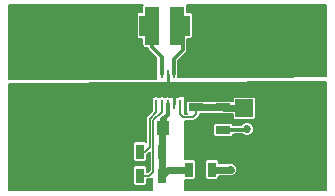
<source format=gbr>
G04 #@! TF.FileFunction,Copper,L1,Top,Signal*
%FSLAX46Y46*%
G04 Gerber Fmt 4.6, Leading zero omitted, Abs format (unit mm)*
G04 Created by KiCad (PCBNEW 0.201508060901+6055~28~ubuntu14.04.1-product) date Wed 12 Aug 2015 10:53:55 PM EDT*
%MOMM*%
G01*
G04 APERTURE LIST*
%ADD10C,0.100000*%
%ADD11C,0.600000*%
%ADD12R,1.250000X1.000000*%
%ADD13R,2.500000X1.000000*%
%ADD14R,1.000000X1.250000*%
%ADD15R,2.032000X2.032000*%
%ADD16O,2.032000X2.032000*%
%ADD17R,1.501140X1.501140*%
%ADD18R,1.300000X0.700000*%
%ADD19R,0.700000X1.300000*%
%ADD20O,0.230000X0.800000*%
%ADD21R,2.000000X1.200000*%
%ADD22C,0.500000*%
%ADD23R,1.150000X3.300000*%
%ADD24R,0.500000X1.800000*%
%ADD25C,0.685800*%
%ADD26C,0.609600*%
%ADD27C,0.152400*%
%ADD28C,0.250000*%
%ADD29C,0.304800*%
G04 APERTURE END LIST*
D10*
D11*
X165854000Y-119639000D03*
X164584000Y-119639000D03*
X163314000Y-119639000D03*
X165854000Y-118369000D03*
X164584000Y-118369000D03*
X163314000Y-118369000D03*
X165854000Y-117099000D03*
X164584000Y-117099000D03*
X163314000Y-117099000D03*
X165854000Y-115829000D03*
X164584000Y-115829000D03*
X163314000Y-115829000D03*
X164584000Y-114559000D03*
X163314000Y-114559000D03*
X162044000Y-114559000D03*
X158869000Y-118369000D03*
X157599000Y-118369000D03*
X156329000Y-118369000D03*
X160139000Y-122179000D03*
X158869000Y-122179000D03*
X157599000Y-122179000D03*
X156329000Y-122179000D03*
X160139000Y-120909000D03*
X158869000Y-120909000D03*
X157599000Y-120909000D03*
X156329000Y-120909000D03*
X160139000Y-119639000D03*
X158869000Y-119639000D03*
X157599000Y-119639000D03*
X156329000Y-119639000D03*
X179189000Y-117099000D03*
X180459000Y-117099000D03*
X181729000Y-117099000D03*
X181729000Y-118369000D03*
X180459000Y-118369000D03*
X179189000Y-118369000D03*
X177919000Y-118369000D03*
X181729000Y-122179000D03*
X180459000Y-122179000D03*
X179189000Y-122179000D03*
X177919000Y-122179000D03*
X176649000Y-122179000D03*
X175379000Y-122179000D03*
X181729000Y-120909000D03*
X180459000Y-120909000D03*
X179189000Y-120909000D03*
X177919000Y-120909000D03*
X176649000Y-120909000D03*
X175379000Y-120909000D03*
X181729000Y-119639000D03*
X180459000Y-119639000D03*
X179189000Y-119639000D03*
X177919000Y-119639000D03*
X176649000Y-119639000D03*
D12*
X166370000Y-112538000D03*
X166370000Y-114538000D03*
D13*
X172966000Y-111535000D03*
X172966000Y-114535000D03*
D14*
X168759000Y-117861000D03*
X166759000Y-117861000D03*
D15*
X157980000Y-115194000D03*
D16*
X157980000Y-112654000D03*
D15*
X180975000Y-112522000D03*
D16*
X180975000Y-115062000D03*
D17*
X161663000Y-111638000D03*
X161917000Y-116718000D03*
X175641000Y-116205000D03*
X176903000Y-109733000D03*
D18*
X173863000Y-118044000D03*
X173863000Y-116144000D03*
X171577000Y-116144000D03*
X171577000Y-118044000D03*
D19*
X171000000Y-121417000D03*
X172900000Y-121417000D03*
X166809000Y-121925000D03*
X168709000Y-121925000D03*
X166809000Y-119893000D03*
X168709000Y-119893000D03*
D20*
X170164000Y-113279000D03*
X169664000Y-113279000D03*
X169164000Y-113279000D03*
X168664000Y-113279000D03*
X168164000Y-113279000D03*
X168164000Y-115829000D03*
X168664000Y-115829000D03*
X169164000Y-115829000D03*
X169664000Y-115829000D03*
X170164000Y-115829000D03*
D21*
X169164000Y-114554000D03*
D22*
X169864000Y-114854000D03*
X169164000Y-114554000D03*
X168464000Y-114854000D03*
X168464000Y-114254000D03*
X169864000Y-114254000D03*
D23*
X167835000Y-109220000D03*
X169985000Y-109220000D03*
D24*
X167010000Y-109220000D03*
X170810000Y-109220000D03*
D11*
X175379000Y-119639000D03*
D25*
X174490000Y-121417000D03*
X175887000Y-117988000D03*
D26*
X172900000Y-121417000D02*
X174490000Y-121417000D01*
D27*
X169664000Y-115829000D02*
X169664000Y-116210000D01*
D28*
X169664000Y-115829000D02*
X169664000Y-115197000D01*
X169664000Y-115197000D02*
X169672000Y-115189000D01*
X169164000Y-113279000D02*
X169164000Y-114554000D01*
D29*
X173863000Y-118044000D02*
X175831000Y-118044000D01*
X175831000Y-118044000D02*
X175887000Y-117988000D01*
D26*
X168759000Y-117861000D02*
X168759000Y-117157400D01*
D29*
X169164000Y-116752400D02*
X169164000Y-115829000D01*
X168759000Y-117157400D02*
X169164000Y-116752400D01*
D26*
X171000000Y-121417000D02*
X169217000Y-121417000D01*
X169217000Y-121417000D02*
X168709000Y-121925000D01*
X168709000Y-119893000D02*
X168709000Y-117911000D01*
X168709000Y-117911000D02*
X168759000Y-117861000D01*
X168709000Y-121925000D02*
X168709000Y-119893000D01*
D29*
X167010000Y-109220000D02*
X167835000Y-109220000D01*
X168664000Y-113279000D02*
X168664000Y-111895000D01*
X167835000Y-111066000D02*
X167835000Y-109220000D01*
X168664000Y-111895000D02*
X167835000Y-111066000D01*
X169985000Y-109220000D02*
X170810000Y-109220000D01*
X169664000Y-113279000D02*
X169664000Y-112022000D01*
X170434000Y-111252000D02*
X170434000Y-109669000D01*
X169664000Y-112022000D02*
X170434000Y-111252000D01*
D28*
X170434000Y-109669000D02*
X169985000Y-109220000D01*
D26*
X175641000Y-116205000D02*
X173924000Y-116205000D01*
X173924000Y-116205000D02*
X173863000Y-116144000D01*
X171577000Y-116144000D02*
X173863000Y-116144000D01*
D27*
X170164000Y-115829000D02*
X170164000Y-116697000D01*
X171577000Y-116713000D02*
X171577000Y-116144000D01*
X171323000Y-116967000D02*
X171577000Y-116713000D01*
X170434000Y-116967000D02*
X171323000Y-116967000D01*
X170164000Y-116697000D02*
X170434000Y-116967000D01*
X168664000Y-115829000D02*
X168664000Y-116498056D01*
X167606600Y-121925000D02*
X166809000Y-121925000D01*
X167962200Y-121569400D02*
X167606600Y-121925000D01*
X167962200Y-117199856D02*
X167962200Y-121569400D01*
X168664000Y-116498056D02*
X167962200Y-117199856D01*
X168164000Y-115829000D02*
X168164000Y-116567000D01*
X167251000Y-119893000D02*
X166809000Y-119893000D01*
X167632000Y-119512000D02*
X167251000Y-119893000D01*
X167632000Y-117099000D02*
X167632000Y-119512000D01*
X168164000Y-116567000D02*
X167632000Y-117099000D01*
G36*
X182593400Y-123170400D02*
X170662600Y-123170400D01*
X170662600Y-122300078D01*
X171350000Y-122300078D01*
X171434714Y-122284138D01*
X171512518Y-122234072D01*
X171564715Y-122157680D01*
X171583078Y-122067000D01*
X171583078Y-120767000D01*
X172316922Y-120767000D01*
X172316922Y-122067000D01*
X172332862Y-122151714D01*
X172382928Y-122229518D01*
X172459320Y-122281715D01*
X172550000Y-122300078D01*
X173250000Y-122300078D01*
X173334714Y-122284138D01*
X173412518Y-122234072D01*
X173464715Y-122157680D01*
X173483078Y-122067000D01*
X173483078Y-121950400D01*
X174284309Y-121950400D01*
X174375823Y-121988400D01*
X174603180Y-121988599D01*
X174813306Y-121901776D01*
X174974211Y-121741151D01*
X175061400Y-121531177D01*
X175061599Y-121303820D01*
X174974776Y-121093694D01*
X174814151Y-120932789D01*
X174604177Y-120845600D01*
X174376820Y-120845401D01*
X174284372Y-120883600D01*
X173483078Y-120883600D01*
X173483078Y-120767000D01*
X173467138Y-120682286D01*
X173417072Y-120604482D01*
X173340680Y-120552285D01*
X173250000Y-120533922D01*
X172550000Y-120533922D01*
X172465286Y-120549862D01*
X172387482Y-120599928D01*
X172335285Y-120676320D01*
X172316922Y-120767000D01*
X171583078Y-120767000D01*
X171567138Y-120682286D01*
X171517072Y-120604482D01*
X171440680Y-120552285D01*
X171350000Y-120533922D01*
X170662600Y-120533922D01*
X170662600Y-117694000D01*
X172979922Y-117694000D01*
X172979922Y-118394000D01*
X172995862Y-118478714D01*
X173045928Y-118556518D01*
X173122320Y-118608715D01*
X173213000Y-118627078D01*
X174513000Y-118627078D01*
X174597714Y-118611138D01*
X174675518Y-118561072D01*
X174727715Y-118484680D01*
X174739800Y-118425000D01*
X175515720Y-118425000D01*
X175562849Y-118472211D01*
X175772823Y-118559400D01*
X176000180Y-118559599D01*
X176210306Y-118472776D01*
X176371211Y-118312151D01*
X176458400Y-118102177D01*
X176458599Y-117874820D01*
X176371776Y-117664694D01*
X176211151Y-117503789D01*
X176001177Y-117416600D01*
X175773820Y-117416401D01*
X175563694Y-117503224D01*
X175403639Y-117663000D01*
X174740245Y-117663000D01*
X174730138Y-117609286D01*
X174680072Y-117531482D01*
X174603680Y-117479285D01*
X174513000Y-117460922D01*
X173213000Y-117460922D01*
X173128286Y-117476862D01*
X173050482Y-117526928D01*
X172998285Y-117603320D01*
X172979922Y-117694000D01*
X170662600Y-117694000D01*
X170662600Y-117271800D01*
X171323000Y-117271800D01*
X171439642Y-117248598D01*
X171538526Y-117182526D01*
X171792526Y-116928526D01*
X171858598Y-116829642D01*
X171879000Y-116727078D01*
X172227000Y-116727078D01*
X172311714Y-116711138D01*
X172364144Y-116677400D01*
X173076489Y-116677400D01*
X173122320Y-116708715D01*
X173213000Y-116727078D01*
X173867081Y-116727078D01*
X173924000Y-116738400D01*
X174657352Y-116738400D01*
X174657352Y-116955570D01*
X174673292Y-117040284D01*
X174723358Y-117118088D01*
X174799750Y-117170285D01*
X174890430Y-117188648D01*
X176391570Y-117188648D01*
X176476284Y-117172708D01*
X176554088Y-117122642D01*
X176606285Y-117046250D01*
X176624648Y-116955570D01*
X176624648Y-115454430D01*
X176608708Y-115369716D01*
X176558642Y-115291912D01*
X176482250Y-115239715D01*
X176391570Y-115221352D01*
X174890430Y-115221352D01*
X174805716Y-115237292D01*
X174727912Y-115287358D01*
X174675715Y-115363750D01*
X174657352Y-115454430D01*
X174657352Y-115615958D01*
X174603680Y-115579285D01*
X174513000Y-115560922D01*
X173213000Y-115560922D01*
X173128286Y-115576862D01*
X173075856Y-115610600D01*
X172363511Y-115610600D01*
X172317680Y-115579285D01*
X172227000Y-115560922D01*
X170927000Y-115560922D01*
X170842286Y-115576862D01*
X170764482Y-115626928D01*
X170712285Y-115703320D01*
X170693922Y-115794000D01*
X170693922Y-116494000D01*
X170709862Y-116578714D01*
X170759928Y-116656518D01*
X170768244Y-116662200D01*
X170662600Y-116662200D01*
X170662600Y-115290600D01*
X170656597Y-115260954D01*
X170639532Y-115235979D01*
X170614095Y-115219611D01*
X170585681Y-115214403D01*
X170299771Y-115217100D01*
X170295490Y-115214240D01*
X170164000Y-115188085D01*
X170032510Y-115214240D01*
X170024341Y-115219699D01*
X169313693Y-115226403D01*
X169295490Y-115214240D01*
X169164000Y-115188085D01*
X169032510Y-115214240D01*
X169010019Y-115229268D01*
X168820654Y-115231054D01*
X168795490Y-115214240D01*
X168664000Y-115188085D01*
X168532510Y-115214240D01*
X168502859Y-115234052D01*
X168327615Y-115235706D01*
X168295490Y-115214240D01*
X168164000Y-115188085D01*
X168032510Y-115214240D01*
X167995698Y-115238837D01*
X167893281Y-115239803D01*
X167863693Y-115246086D01*
X167838880Y-115263386D01*
X167822753Y-115288975D01*
X167817800Y-115316000D01*
X167817800Y-116482148D01*
X167416474Y-116883474D01*
X167350402Y-116982358D01*
X167327200Y-117099000D01*
X167327200Y-119082235D01*
X167326072Y-119080482D01*
X167249680Y-119028285D01*
X167159000Y-119009922D01*
X166459000Y-119009922D01*
X166374286Y-119025862D01*
X166296482Y-119075928D01*
X166244285Y-119152320D01*
X166225922Y-119243000D01*
X166225922Y-120543000D01*
X166241862Y-120627714D01*
X166291928Y-120705518D01*
X166368320Y-120757715D01*
X166459000Y-120776078D01*
X167159000Y-120776078D01*
X167243714Y-120760138D01*
X167321518Y-120710072D01*
X167373715Y-120633680D01*
X167392078Y-120543000D01*
X167392078Y-120158270D01*
X167466526Y-120108526D01*
X167657400Y-119917652D01*
X167657400Y-121443148D01*
X167480348Y-121620200D01*
X167392078Y-121620200D01*
X167392078Y-121275000D01*
X167376138Y-121190286D01*
X167326072Y-121112482D01*
X167249680Y-121060285D01*
X167159000Y-121041922D01*
X166459000Y-121041922D01*
X166374286Y-121057862D01*
X166296482Y-121107928D01*
X166244285Y-121184320D01*
X166225922Y-121275000D01*
X166225922Y-122575000D01*
X166241862Y-122659714D01*
X166291928Y-122737518D01*
X166368320Y-122789715D01*
X166459000Y-122808078D01*
X167159000Y-122808078D01*
X167243714Y-122792138D01*
X167321518Y-122742072D01*
X167373715Y-122665680D01*
X167392078Y-122575000D01*
X167392078Y-122229800D01*
X167606600Y-122229800D01*
X167723242Y-122206598D01*
X167817800Y-122143417D01*
X167817800Y-123170400D01*
X155718600Y-123170400D01*
X155718600Y-114120997D01*
X182593400Y-114001440D01*
X182593400Y-123170400D01*
X182593400Y-123170400D01*
G37*
X182593400Y-123170400D02*
X170662600Y-123170400D01*
X170662600Y-122300078D01*
X171350000Y-122300078D01*
X171434714Y-122284138D01*
X171512518Y-122234072D01*
X171564715Y-122157680D01*
X171583078Y-122067000D01*
X171583078Y-120767000D01*
X172316922Y-120767000D01*
X172316922Y-122067000D01*
X172332862Y-122151714D01*
X172382928Y-122229518D01*
X172459320Y-122281715D01*
X172550000Y-122300078D01*
X173250000Y-122300078D01*
X173334714Y-122284138D01*
X173412518Y-122234072D01*
X173464715Y-122157680D01*
X173483078Y-122067000D01*
X173483078Y-121950400D01*
X174284309Y-121950400D01*
X174375823Y-121988400D01*
X174603180Y-121988599D01*
X174813306Y-121901776D01*
X174974211Y-121741151D01*
X175061400Y-121531177D01*
X175061599Y-121303820D01*
X174974776Y-121093694D01*
X174814151Y-120932789D01*
X174604177Y-120845600D01*
X174376820Y-120845401D01*
X174284372Y-120883600D01*
X173483078Y-120883600D01*
X173483078Y-120767000D01*
X173467138Y-120682286D01*
X173417072Y-120604482D01*
X173340680Y-120552285D01*
X173250000Y-120533922D01*
X172550000Y-120533922D01*
X172465286Y-120549862D01*
X172387482Y-120599928D01*
X172335285Y-120676320D01*
X172316922Y-120767000D01*
X171583078Y-120767000D01*
X171567138Y-120682286D01*
X171517072Y-120604482D01*
X171440680Y-120552285D01*
X171350000Y-120533922D01*
X170662600Y-120533922D01*
X170662600Y-117694000D01*
X172979922Y-117694000D01*
X172979922Y-118394000D01*
X172995862Y-118478714D01*
X173045928Y-118556518D01*
X173122320Y-118608715D01*
X173213000Y-118627078D01*
X174513000Y-118627078D01*
X174597714Y-118611138D01*
X174675518Y-118561072D01*
X174727715Y-118484680D01*
X174739800Y-118425000D01*
X175515720Y-118425000D01*
X175562849Y-118472211D01*
X175772823Y-118559400D01*
X176000180Y-118559599D01*
X176210306Y-118472776D01*
X176371211Y-118312151D01*
X176458400Y-118102177D01*
X176458599Y-117874820D01*
X176371776Y-117664694D01*
X176211151Y-117503789D01*
X176001177Y-117416600D01*
X175773820Y-117416401D01*
X175563694Y-117503224D01*
X175403639Y-117663000D01*
X174740245Y-117663000D01*
X174730138Y-117609286D01*
X174680072Y-117531482D01*
X174603680Y-117479285D01*
X174513000Y-117460922D01*
X173213000Y-117460922D01*
X173128286Y-117476862D01*
X173050482Y-117526928D01*
X172998285Y-117603320D01*
X172979922Y-117694000D01*
X170662600Y-117694000D01*
X170662600Y-117271800D01*
X171323000Y-117271800D01*
X171439642Y-117248598D01*
X171538526Y-117182526D01*
X171792526Y-116928526D01*
X171858598Y-116829642D01*
X171879000Y-116727078D01*
X172227000Y-116727078D01*
X172311714Y-116711138D01*
X172364144Y-116677400D01*
X173076489Y-116677400D01*
X173122320Y-116708715D01*
X173213000Y-116727078D01*
X173867081Y-116727078D01*
X173924000Y-116738400D01*
X174657352Y-116738400D01*
X174657352Y-116955570D01*
X174673292Y-117040284D01*
X174723358Y-117118088D01*
X174799750Y-117170285D01*
X174890430Y-117188648D01*
X176391570Y-117188648D01*
X176476284Y-117172708D01*
X176554088Y-117122642D01*
X176606285Y-117046250D01*
X176624648Y-116955570D01*
X176624648Y-115454430D01*
X176608708Y-115369716D01*
X176558642Y-115291912D01*
X176482250Y-115239715D01*
X176391570Y-115221352D01*
X174890430Y-115221352D01*
X174805716Y-115237292D01*
X174727912Y-115287358D01*
X174675715Y-115363750D01*
X174657352Y-115454430D01*
X174657352Y-115615958D01*
X174603680Y-115579285D01*
X174513000Y-115560922D01*
X173213000Y-115560922D01*
X173128286Y-115576862D01*
X173075856Y-115610600D01*
X172363511Y-115610600D01*
X172317680Y-115579285D01*
X172227000Y-115560922D01*
X170927000Y-115560922D01*
X170842286Y-115576862D01*
X170764482Y-115626928D01*
X170712285Y-115703320D01*
X170693922Y-115794000D01*
X170693922Y-116494000D01*
X170709862Y-116578714D01*
X170759928Y-116656518D01*
X170768244Y-116662200D01*
X170662600Y-116662200D01*
X170662600Y-115290600D01*
X170656597Y-115260954D01*
X170639532Y-115235979D01*
X170614095Y-115219611D01*
X170585681Y-115214403D01*
X170299771Y-115217100D01*
X170295490Y-115214240D01*
X170164000Y-115188085D01*
X170032510Y-115214240D01*
X170024341Y-115219699D01*
X169313693Y-115226403D01*
X169295490Y-115214240D01*
X169164000Y-115188085D01*
X169032510Y-115214240D01*
X169010019Y-115229268D01*
X168820654Y-115231054D01*
X168795490Y-115214240D01*
X168664000Y-115188085D01*
X168532510Y-115214240D01*
X168502859Y-115234052D01*
X168327615Y-115235706D01*
X168295490Y-115214240D01*
X168164000Y-115188085D01*
X168032510Y-115214240D01*
X167995698Y-115238837D01*
X167893281Y-115239803D01*
X167863693Y-115246086D01*
X167838880Y-115263386D01*
X167822753Y-115288975D01*
X167817800Y-115316000D01*
X167817800Y-116482148D01*
X167416474Y-116883474D01*
X167350402Y-116982358D01*
X167327200Y-117099000D01*
X167327200Y-119082235D01*
X167326072Y-119080482D01*
X167249680Y-119028285D01*
X167159000Y-119009922D01*
X166459000Y-119009922D01*
X166374286Y-119025862D01*
X166296482Y-119075928D01*
X166244285Y-119152320D01*
X166225922Y-119243000D01*
X166225922Y-120543000D01*
X166241862Y-120627714D01*
X166291928Y-120705518D01*
X166368320Y-120757715D01*
X166459000Y-120776078D01*
X167159000Y-120776078D01*
X167243714Y-120760138D01*
X167321518Y-120710072D01*
X167373715Y-120633680D01*
X167392078Y-120543000D01*
X167392078Y-120158270D01*
X167466526Y-120108526D01*
X167657400Y-119917652D01*
X167657400Y-121443148D01*
X167480348Y-121620200D01*
X167392078Y-121620200D01*
X167392078Y-121275000D01*
X167376138Y-121190286D01*
X167326072Y-121112482D01*
X167249680Y-121060285D01*
X167159000Y-121041922D01*
X166459000Y-121041922D01*
X166374286Y-121057862D01*
X166296482Y-121107928D01*
X166244285Y-121184320D01*
X166225922Y-121275000D01*
X166225922Y-122575000D01*
X166241862Y-122659714D01*
X166291928Y-122737518D01*
X166368320Y-122789715D01*
X166459000Y-122808078D01*
X167159000Y-122808078D01*
X167243714Y-122792138D01*
X167321518Y-122742072D01*
X167373715Y-122665680D01*
X167392078Y-122575000D01*
X167392078Y-122229800D01*
X167606600Y-122229800D01*
X167723242Y-122206598D01*
X167817800Y-122143417D01*
X167817800Y-123170400D01*
X155718600Y-123170400D01*
X155718600Y-114120997D01*
X182593400Y-114001440D01*
X182593400Y-123170400D01*
G36*
X167045285Y-107479320D02*
X167026922Y-107570000D01*
X167026922Y-108086922D01*
X166760000Y-108086922D01*
X166675286Y-108102862D01*
X166597482Y-108152928D01*
X166545285Y-108229320D01*
X166526922Y-108320000D01*
X166526922Y-110120000D01*
X166542862Y-110204714D01*
X166592928Y-110282518D01*
X166669320Y-110334715D01*
X166760000Y-110353078D01*
X167026922Y-110353078D01*
X167026922Y-110870000D01*
X167042862Y-110954714D01*
X167092928Y-111032518D01*
X167169320Y-111084715D01*
X167260000Y-111103078D01*
X167461375Y-111103078D01*
X167483002Y-111211803D01*
X167565592Y-111335408D01*
X168198800Y-111968616D01*
X168198800Y-113715800D01*
X155718600Y-113715800D01*
X155718600Y-107471600D01*
X167050560Y-107471600D01*
X167045285Y-107479320D01*
X167045285Y-107479320D01*
G37*
X167045285Y-107479320D02*
X167026922Y-107570000D01*
X167026922Y-108086922D01*
X166760000Y-108086922D01*
X166675286Y-108102862D01*
X166597482Y-108152928D01*
X166545285Y-108229320D01*
X166526922Y-108320000D01*
X166526922Y-110120000D01*
X166542862Y-110204714D01*
X166592928Y-110282518D01*
X166669320Y-110334715D01*
X166760000Y-110353078D01*
X167026922Y-110353078D01*
X167026922Y-110870000D01*
X167042862Y-110954714D01*
X167092928Y-111032518D01*
X167169320Y-111084715D01*
X167260000Y-111103078D01*
X167461375Y-111103078D01*
X167483002Y-111211803D01*
X167565592Y-111335408D01*
X168198800Y-111968616D01*
X168198800Y-113715800D01*
X155718600Y-113715800D01*
X155718600Y-107471600D01*
X167050560Y-107471600D01*
X167045285Y-107479320D01*
G36*
X182593400Y-113472738D02*
X177164166Y-113588800D01*
X170005117Y-113588800D01*
X170007600Y-113576315D01*
X170007600Y-113471656D01*
X170008594Y-113435884D01*
X170015998Y-113424802D01*
X170045000Y-113279000D01*
X170045000Y-112179816D01*
X170703405Y-111521410D01*
X170703408Y-111521408D01*
X170785998Y-111397802D01*
X170815000Y-111252000D01*
X170815000Y-110353078D01*
X171060000Y-110353078D01*
X171144714Y-110337138D01*
X171222518Y-110287072D01*
X171274715Y-110210680D01*
X171293078Y-110120000D01*
X171293078Y-108320000D01*
X171277138Y-108235286D01*
X171227072Y-108157482D01*
X171150680Y-108105285D01*
X171060000Y-108086922D01*
X170793078Y-108086922D01*
X170793078Y-107570000D01*
X170777138Y-107485286D01*
X170768331Y-107471600D01*
X182593400Y-107471600D01*
X182593400Y-113472738D01*
X182593400Y-113472738D01*
G37*
X182593400Y-113472738D02*
X177164166Y-113588800D01*
X170005117Y-113588800D01*
X170007600Y-113576315D01*
X170007600Y-113471656D01*
X170008594Y-113435884D01*
X170015998Y-113424802D01*
X170045000Y-113279000D01*
X170045000Y-112179816D01*
X170703405Y-111521410D01*
X170703408Y-111521408D01*
X170785998Y-111397802D01*
X170815000Y-111252000D01*
X170815000Y-110353078D01*
X171060000Y-110353078D01*
X171144714Y-110337138D01*
X171222518Y-110287072D01*
X171274715Y-110210680D01*
X171293078Y-110120000D01*
X171293078Y-108320000D01*
X171277138Y-108235286D01*
X171227072Y-108157482D01*
X171150680Y-108105285D01*
X171060000Y-108086922D01*
X170793078Y-108086922D01*
X170793078Y-107570000D01*
X170777138Y-107485286D01*
X170768331Y-107471600D01*
X182593400Y-107471600D01*
X182593400Y-113472738D01*
M02*

</source>
